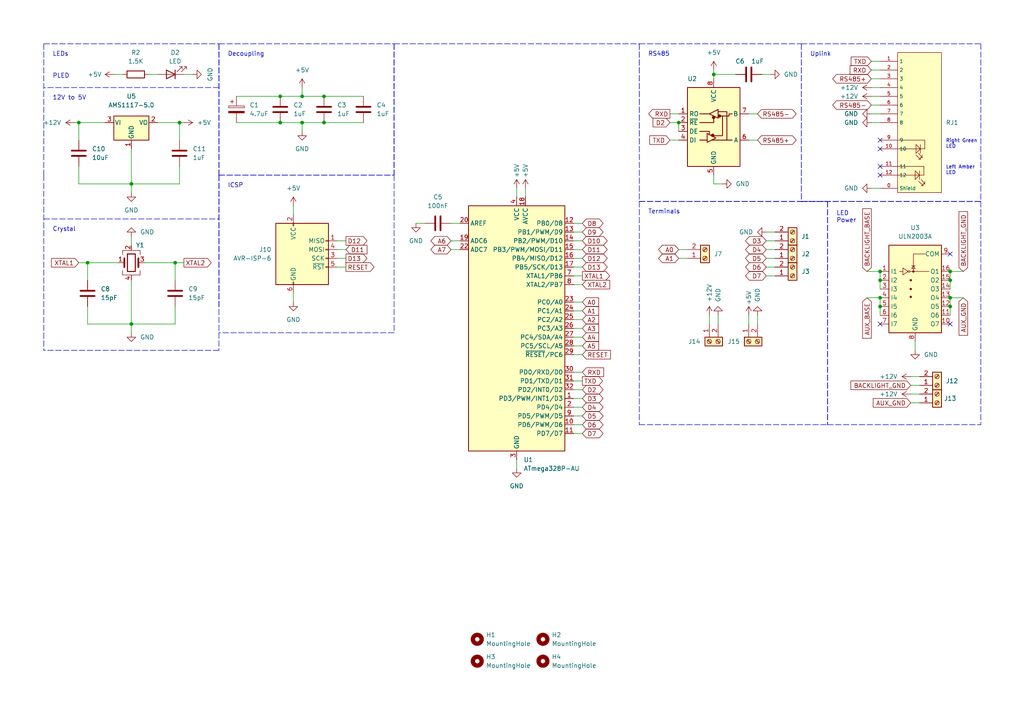
<source format=kicad_sch>
(kicad_sch (version 20211123) (generator eeschema)
  (paper "A4")
  (lib_symbols
    (symbol "A10:MAX487"
      (property "Reference" "U" (at -7.62 12.7 0))
      (symbol "MAX487_0_1"
        (rectangle (start -7.62 11.43) (end 7.62 -11.43) (stroke (width 0.254)) (fill (type background)))
        (circle (center -0.3048 -2.413) (radius 0.3556) (stroke (width 0.254)) (fill (type outline)))
        (circle (center -0.0254 2.7686) (radius 0.3556) (stroke (width 0.254)) (fill (type outline)))
        (polyline (pts (xy -4.064 -3.81) (xy -1.905 -3.81)) (stroke (width 0.254)))
        (polyline (pts (xy -4.064 3.81) (xy -1.27 3.81)) (stroke (width 0.254)))
        (polyline (pts (xy -1.27 -1.9304) (xy -1.27 -2.1844)) (stroke (width 0.254)))
        (polyline (pts (xy -0.635 -3.81) (xy 5.334 -3.81)) (stroke (width 0.254)))
        (polyline (pts (xy -4.064 -1.27) (xy -1.27 -1.27) (xy -1.27 -1.905)) (stroke (width 0.254)))
        (polyline (pts (xy 0 2.54) (xy 0 1.27) (xy -4.064 1.27)) (stroke (width 0.254)))
        (polyline (pts (xy 1.27 4.445) (xy 3.81 4.445) (xy 3.81 -3.81)) (stroke (width 0.254)))
        (polyline (pts (xy 2.54 3.175) (xy 2.54 -2.54) (xy 0 -2.54)) (stroke (width 0.254)))
        (polyline (pts (xy -1.905 -1.905) (xy -1.905 -4.445) (xy 0.635 -3.175) (xy -1.905 -1.905)) (stroke (width 0.254)))
        (polyline (pts (xy -1.27 3.81) (xy 1.27 5.08) (xy 1.27 2.54) (xy -1.27 3.81)) (stroke (width 0.254)))
        (polyline (pts (xy 1.905 3.175) (xy 4.445 3.175) (xy 4.445 3.81) (xy 5.334 3.81)) (stroke (width 0.254)))
        (rectangle (start 1.27 4.445) (end 1.27 4.445))
        (circle (center 1.651 3.175) (radius 0.3556) (stroke (width 0.254)) (fill (type outline)))
      )
      (symbol "MAX487_1_1"
        (pin output line (at -10.16 3.81 0) (length 2.54) (name "RO") (number "1"))
        (pin input line (at -10.16 1.27 0) (length 2.54) (name "~{RE}") (number "2"))
        (pin input line (at -10.16 -1.27 0) (length 2.54) (name "DE") (number "3"))
        (pin input line (at -10.16 -3.81 0) (length 2.54) (name "DI") (number "4"))
        (pin power_in line (at 0 -13.97 90) (length 2.54) (name "GND") (number "5"))
        (pin bidirectional line (at 10.16 -3.81 180) (length 2.54) (name "A") (number "6"))
        (pin bidirectional line (at 10.16 3.81 180) (length 2.54) (name "B") (number "7"))
        (pin power_in line (at 0 13.97 270) (length 2.54) (name "VCC") (number "8"))
      )
    )
    (symbol "A10:RJ45-B-1*1"
      (property "Reference" "RJ1" (at 7.62 0.0001 0))
      (symbol "RJ45-B-1*1_1_0"
        (rectangle (start -6.35 20.32) (end 6.35 -20.32) (fill (type background)))
        (polyline (pts (xy -6.35 -15.24) (xy -5.08 -15.24)))
        (polyline (pts (xy -6.35 -12.7) (xy -5.08 -12.7)))
        (polyline (pts (xy -6.096 -7.62) (xy -4.826 -7.62)))
        (polyline (pts (xy -6.096 -5.08) (xy -4.826 -5.08)))
        (polyline (pts (xy -5.08 -15.24) (xy 1.27 -15.24)))
        (polyline (pts (xy -4.826 -7.62) (xy 1.524 -7.62)))
        (polyline (pts (xy -1.27 -16.51) (xy 0 -15.24)))
        (polyline (pts (xy -1.27 -13.97) (xy -1.27 -16.51)))
        (polyline (pts (xy -1.016 -9.398) (xy 0.254 -10.668)))
        (polyline (pts (xy -1.016 -8.89) (xy 0.254 -7.62)))
        (polyline (pts (xy -1.016 -6.35) (xy -1.016 -8.89)))
        (polyline (pts (xy -0.254 -17.018) (xy 1.016 -18.288)))
        (polyline (pts (xy -0.254 -8.89) (xy 0.762 -10.16)))
        (polyline (pts (xy 0 -15.24) (xy -1.27 -13.97)))
        (polyline (pts (xy 0 -13.97) (xy 0 -16.51)))
        (polyline (pts (xy 0.254 -10.668) (xy -0.254 -10.668)))
        (polyline (pts (xy 0.254 -10.668) (xy 0.254 -10.16)))
        (polyline (pts (xy 0.254 -7.62) (xy -1.016 -6.35)))
        (polyline (pts (xy 0.254 -6.35) (xy 0.254 -8.89)))
        (polyline (pts (xy 0.508 -16.51) (xy 1.524 -17.78)))
        (polyline (pts (xy 0.762 -10.16) (xy 0.254 -10.16)))
        (polyline (pts (xy 0.762 -10.16) (xy 0.762 -9.398)))
        (polyline (pts (xy 1.016 -18.288) (xy 0.508 -18.288)))
        (polyline (pts (xy 1.016 -18.288) (xy 1.016 -17.78)))
        (polyline (pts (xy 1.27 -15.24) (xy 1.27 -12.7)))
        (polyline (pts (xy 1.27 -12.7) (xy -5.08 -12.7)))
        (polyline (pts (xy 1.524 -17.78) (xy 1.016 -17.78)))
        (polyline (pts (xy 1.524 -17.78) (xy 1.524 -17.018)))
        (polyline (pts (xy 1.524 -7.62) (xy 1.524 -5.08)))
        (polyline (pts (xy 1.524 -5.08) (xy -4.826 -5.08)))
        (pin passive line (at -11.43 -19.05 0) (length 5.08) (name "Shield") (number "0"))
        (pin output line (at -11.43 17.78 0) (length 5.08) (name "1") (number "1"))
        (pin input line (at -11.43 -7.62 0) (length 5.08) (name "10") (number "10"))
        (pin power_in line (at -11.43 -12.7 0) (length 5.08) (name "11") (number "11"))
        (pin input line (at -11.43 -15.24 0) (length 5.08) (name "12") (number "12"))
        (pin output line (at -11.43 15.24 0) (length 5.08) (name "2") (number "2"))
        (pin bidirectional line (at -11.43 12.7 0) (length 5.08) (name "3") (number "3"))
        (pin passive line (at -11.43 10.16 0) (length 5.08) (name "4") (number "4"))
        (pin passive line (at -11.43 7.62 0) (length 5.08) (name "5") (number "5"))
        (pin bidirectional line (at -11.43 5.08 0) (length 5.08) (name "6") (number "6"))
        (pin passive line (at -11.43 2.54 0) (length 5.08) (name "7") (number "7"))
        (pin passive line (at -11.43 0 0) (length 5.08) (name "8") (number "8"))
        (pin power_in line (at -11.43 -5.08 0) (length 5.08) (name "9") (number "9"))
      )
    )
    (symbol "Connector:AVR-ISP-6" (pin_names (offset 1.016))
      (property "Reference" "J" (at -6.35 11.43 0))
      (property "Value" "AVR-ISP-6" (at 0 11.43 0))
      (symbol "AVR-ISP-6_0_1"
        (rectangle (start -2.667 -6.858) (end -2.413 -7.62))
        (rectangle (start -2.667 10.16) (end -2.413 9.398))
        (rectangle (start 7.62 -2.413) (end 6.858 -2.667))
        (rectangle (start 7.62 0.127) (end 6.858 -0.127))
        (rectangle (start 7.62 2.667) (end 6.858 2.413))
        (rectangle (start 7.62 5.207) (end 6.858 4.953))
        (rectangle (start 7.62 10.16) (end -7.62 -7.62) (stroke (width 0.254)) (fill (type background)))
      )
      (symbol "AVR-ISP-6_1_1"
        (pin passive line (at 10.16 5.08 180) (length 2.54) (name "MISO") (number "1"))
        (pin passive line (at -2.54 12.7 270) (length 2.54) (name "VCC") (number "2"))
        (pin passive line (at 10.16 0 180) (length 2.54) (name "SCK") (number "3"))
        (pin passive line (at 10.16 2.54 180) (length 2.54) (name "MOSI") (number "4"))
        (pin passive line (at 10.16 -2.54 180) (length 2.54) (name "~{RST}") (number "5"))
        (pin passive line (at -2.54 -10.16 90) (length 2.54) (name "GND") (number "6"))
      )
    )
    (symbol "Connector:Screw_Terminal_01x02" (pin_names (offset 1.016) hide)
      (property "Reference" "J" (at 0 2.54 0))
      (property "Value" "Screw_Terminal_01x02" (at 0 -5.08 0))
      (symbol "Screw_Terminal_01x02_1_1"
        (rectangle (start -1.27 1.27) (end 1.27 -3.81) (stroke (width 0.254)) (fill (type background)))
        (circle (center 0 -2.54) (radius 0.635) (stroke (width 0.1524)))
        (polyline (pts (xy -0.5334 -2.2098) (xy 0.3302 -3.048)) (stroke (width 0.1524)))
        (polyline (pts (xy -0.5334 0.3302) (xy 0.3302 -0.508)) (stroke (width 0.1524)))
        (polyline (pts (xy -0.3556 -2.032) (xy 0.508 -2.8702)) (stroke (width 0.1524)))
        (polyline (pts (xy -0.3556 0.508) (xy 0.508 -0.3302)) (stroke (width 0.1524)))
        (circle (center 0 0) (radius 0.635) (stroke (width 0.1524)))
        (pin passive line (at -5.08 0 0) (length 3.81) (name "Pin_1") (number "1"))
        (pin passive line (at -5.08 -2.54 0) (length 3.81) (name "Pin_2") (number "2"))
      )
    )
    (symbol "Device:C" (pin_numbers hide) (pin_names (offset 0.254))
      (property "Reference" "C" (at 0.635 2.54 0))
      (property "Value" "C" (at 0.635 -2.54 0))
      (symbol "C_0_1"
        (polyline (pts (xy -2.032 -0.762) (xy 2.032 -0.762)) (stroke (width 0.508)))
        (polyline (pts (xy -2.032 0.762) (xy 2.032 0.762)) (stroke (width 0.508)))
      )
      (symbol "C_1_1"
        (pin passive line (at 0 3.81 270) (length 2.794) (name "~") (number "1"))
        (pin passive line (at 0 -3.81 90) (length 2.794) (name "~") (number "2"))
      )
    )
    (symbol "Device:C_Polarized" (pin_numbers hide) (pin_names (offset 0.254))
      (property "Reference" "C" (at 0.635 2.54 0))
      (property "Value" "C_Polarized" (at 0.635 -2.54 0))
      (symbol "C_Polarized_0_1"
        (rectangle (start -2.286 0.508) (end 2.286 1.016))
        (polyline (pts (xy -1.778 2.286) (xy -0.762 2.286)))
        (polyline (pts (xy -1.27 2.794) (xy -1.27 1.778)))
        (rectangle (start 2.286 -0.508) (end -2.286 -1.016) (fill (type outline)))
      )
      (symbol "C_Polarized_1_1"
        (pin passive line (at 0 3.81 270) (length 2.794) (name "~") (number "1"))
        (pin passive line (at 0 -3.81 90) (length 2.794) (name "~") (number "2"))
      )
    )
    (symbol "Device:Crystal_GND24" (pin_names (offset 1.016) hide)
      (property "Reference" "Y" (at 3.175 5.08 0))
      (property "Value" "Crystal_GND24" (at 3.175 3.175 0))
      (symbol "Crystal_GND24_0_1"
        (rectangle (start -1.143 2.54) (end 1.143 -2.54) (stroke (width 0.3048)))
        (polyline (pts (xy -2.54 0) (xy -2.032 0)))
        (polyline (pts (xy -2.032 -1.27) (xy -2.032 1.27)) (stroke (width 0.508)))
        (polyline (pts (xy 0 -3.81) (xy 0 -3.556)))
        (polyline (pts (xy 0 3.556) (xy 0 3.81)))
        (polyline (pts (xy 2.032 -1.27) (xy 2.032 1.27)) (stroke (width 0.508)))
        (polyline (pts (xy 2.032 0) (xy 2.54 0)))
        (polyline (pts (xy -2.54 -2.286) (xy -2.54 -3.556) (xy 2.54 -3.556) (xy 2.54 -2.286)))
        (polyline (pts (xy -2.54 2.286) (xy -2.54 3.556) (xy 2.54 3.556) (xy 2.54 2.286)))
      )
      (symbol "Crystal_GND24_1_1"
        (pin passive line (at -3.81 0 0) (length 1.27) (name "1") (number "1"))
        (pin passive line (at 0 5.08 270) (length 1.27) (name "2") (number "2"))
        (pin passive line (at 3.81 0 180) (length 1.27) (name "3") (number "3"))
        (pin passive line (at 0 -5.08 90) (length 1.27) (name "4") (number "4"))
      )
    )
    (symbol "Device:LED" (pin_numbers hide) (pin_names (offset 1.016) hide)
      (property "Reference" "D" (at 0 2.54 0))
      (property "Value" "LED" (at 0 -2.54 0))
      (symbol "LED_0_1"
        (polyline (pts (xy -1.27 -1.27) (xy -1.27 1.27)) (stroke (width 0.254)))
        (polyline (pts (xy -1.27 0) (xy 1.27 0)))
        (polyline (pts (xy 1.27 -1.27) (xy 1.27 1.27) (xy -1.27 0) (xy 1.27 -1.27)) (stroke (width 0.254)))
        (polyline (pts (xy -3.048 -0.762) (xy -4.572 -2.286) (xy -3.81 -2.286) (xy -4.572 -2.286) (xy -4.572 -1.524)))
        (polyline (pts (xy -1.778 -0.762) (xy -3.302 -2.286) (xy -2.54 -2.286) (xy -3.302 -2.286) (xy -3.302 -1.524)))
      )
      (symbol "LED_1_1"
        (pin passive line (at -3.81 0 0) (length 2.54) (name "K") (number "1"))
        (pin passive line (at 3.81 0 180) (length 2.54) (name "A") (number "2"))
      )
    )
    (symbol "Device:R" (pin_numbers hide) (pin_names (offset 0))
      (property "Reference" "R" (at 2.032 0 90))
      (property "Value" "R" (at 0 0 90))
      (symbol "R_0_1"
        (rectangle (start -1.016 -2.54) (end 1.016 2.54) (stroke (width 0.254)))
      )
      (symbol "R_1_1"
        (pin passive line (at 0 3.81 270) (length 1.27) (name "~") (number "1"))
        (pin passive line (at 0 -3.81 90) (length 1.27) (name "~") (number "2"))
      )
    )
    (symbol "MCU_Microchip_ATmega:ATmega328P-A"
      (property "Reference" "U1" (at 2.0194 -38.1 0))
      (property "Value" "ATmega328P-A" (at 2.0194 -40.64 0))
      (symbol "ATmega328P-A_0_1"
        (rectangle (start -13.97 35.56) (end 13.97 -35.56) (stroke (width 0.254)) (fill (type background)))
      )
      (symbol "ATmega328P-A_1_1"
        (pin bidirectional line (at 16.51 -20.32 180) (length 2.54) (name "PD3/PWM/INT1/D3") (number "1"))
        (pin bidirectional line (at 16.51 -27.94 180) (length 2.54) (name "PD6/PWM/D6") (number "10"))
        (pin bidirectional line (at 16.51 -30.48 180) (length 2.54) (name "PD7/D7") (number "11"))
        (pin bidirectional line (at 16.51 30.48 180) (length 2.54) (name "PB0/D8") (number "12"))
        (pin bidirectional line (at 16.51 27.94 180) (length 2.54) (name "PB1/PWM/D9") (number "13"))
        (pin bidirectional line (at 16.51 25.4 180) (length 2.54) (name "PB2/PWM/D10") (number "14"))
        (pin bidirectional line (at 16.51 22.86 180) (length 2.54) (name "PB3/PWM/MOSI/D11") (number "15"))
        (pin bidirectional line (at 16.51 20.32 180) (length 2.54) (name "PB4/MISO/D12") (number "16"))
        (pin bidirectional line (at 16.51 17.78 180) (length 2.54) (name "PB5/SCK/D13") (number "17"))
        (pin power_in line (at 2.54 38.1 270) (length 2.54) (name "AVCC") (number "18"))
        (pin input line (at -16.51 25.4 0) (length 2.54) (name "ADC6") (number "19"))
        (pin bidirectional line (at 16.51 -22.86 180) (length 2.54) (name "PD4/D4") (number "2"))
        (pin passive line (at -16.51 30.48 0) (length 2.54) (name "AREF") (number "20"))
        (pin passive line (at 0 -38.1 90) (length 2.54) hide (name "GND") (number "21"))
        (pin input line (at -16.51 22.86 0) (length 2.54) (name "ADC7") (number "22"))
        (pin bidirectional line (at 16.51 7.62 180) (length 2.54) (name "PC0/A0") (number "23"))
        (pin bidirectional line (at 16.51 5.08 180) (length 2.54) (name "PC1/A1") (number "24"))
        (pin bidirectional line (at 16.51 2.54 180) (length 2.54) (name "PC2/A2") (number "25"))
        (pin bidirectional line (at 16.51 0 180) (length 2.54) (name "PC3/A3") (number "26"))
        (pin bidirectional line (at 16.51 -2.54 180) (length 2.54) (name "PC4/SDA/A4") (number "27"))
        (pin bidirectional line (at 16.51 -5.08 180) (length 2.54) (name "PC5/SCL/A5") (number "28"))
        (pin bidirectional line (at 16.51 -7.62 180) (length 2.54) (name "~{RESET}/PC6") (number "29"))
        (pin power_in line (at 0 -38.1 90) (length 2.54) (name "GND") (number "3"))
        (pin input line (at 16.51 -12.7 180) (length 2.54) (name "PD0/RXD/D0") (number "30"))
        (pin output line (at 16.51 -15.24 180) (length 2.54) (name "PD1/TXD/D1") (number "31"))
        (pin bidirectional line (at 16.51 -17.78 180) (length 2.54) (name "PD2/INT0/D2") (number "32"))
        (pin power_in line (at 0 38.1 270) (length 2.54) (name "VCC") (number "4"))
        (pin passive line (at 0 -38.1 90) (length 2.54) hide (name "GND") (number "5"))
        (pin passive line (at 0 38.1 270) (length 2.54) hide (name "VCC") (number "6"))
        (pin bidirectional line (at 16.51 15.24 180) (length 2.54) (name "XTAL1/PB6") (number "7"))
        (pin bidirectional line (at 16.51 12.7 180) (length 2.54) (name "XTAL2/PB7") (number "8"))
        (pin bidirectional line (at 16.51 -25.4 180) (length 2.54) (name "PD5/PWM/D5") (number "9"))
      )
    )
    (symbol "Mechanical:MountingHole" (pin_names (offset 1.016))
      (property "Reference" "H" (at 0 5.08 0))
      (property "Value" "MountingHole" (at 0 3.175 0))
      (symbol "MountingHole_0_1"
        (circle (center 0 0) (radius 1.27) (stroke (width 1.27)))
      )
    )
    (symbol "Regulator_Linear:AMS1117-5.0" (pin_names (offset 0.254))
      (property "Reference" "U" (at -3.81 3.175 0))
      (property "Value" "AMS1117-5.0" (at 0 3.175 0))
      (symbol "AMS1117-5.0_0_1"
        (rectangle (start -5.08 -5.08) (end 5.08 1.905) (stroke (width 0.254)) (fill (type background)))
      )
      (symbol "AMS1117-5.0_1_1"
        (pin power_in line (at 0 -7.62 90) (length 2.54) (name "GND") (number "1"))
        (pin power_out line (at 7.62 0 180) (length 2.54) (name "VO") (number "2"))
        (pin power_in line (at -7.62 0 0) (length 2.54) (name "VI") (number "3"))
      )
    )
    (symbol "Transistor_Array:ULN2003A"
      (property "Reference" "U" (at 0 15.875 0))
      (property "Value" "ULN2003A" (at 0 13.97 0))
      (symbol "ULN2003A_0_1"
        (rectangle (start -7.62 -12.7) (end 7.62 12.7) (stroke (width 0.254)) (fill (type background)))
        (circle (center -1.778 5.08) (radius 0.254))
        (circle (center -1.27 -2.286) (radius 0.254) (fill (type outline)))
        (circle (center -1.27 0) (radius 0.254) (fill (type outline)))
        (circle (center -1.27 2.54) (radius 0.254) (fill (type outline)))
        (circle (center -0.508 5.08) (radius 0.254) (fill (type outline)))
        (polyline (pts (xy -4.572 5.08) (xy -3.556 5.08)))
        (polyline (pts (xy -1.524 5.08) (xy 4.064 5.08)))
        (polyline (pts (xy 0 6.731) (xy -1.016 6.731)))
        (polyline (pts (xy -0.508 5.08) (xy -0.508 10.16) (xy 2.921 10.16)))
        (polyline (pts (xy -3.556 6.096) (xy -3.556 4.064) (xy -2.032 5.08) (xy -3.556 6.096)))
        (polyline (pts (xy 0 5.969) (xy -1.016 5.969) (xy -0.508 6.731) (xy 0 5.969)))
      )
      (symbol "ULN2003A_1_1"
        (pin input line (at -10.16 5.08 0) (length 2.54) (name "I1") (number "1"))
        (pin open_collector line (at 10.16 -10.16 180) (length 2.54) (name "O7") (number "10"))
        (pin open_collector line (at 10.16 -7.62 180) (length 2.54) (name "O6") (number "11"))
        (pin open_collector line (at 10.16 -5.08 180) (length 2.54) (name "O5") (number "12"))
        (pin open_collector line (at 10.16 -2.54 180) (length 2.54) (name "O4") (number "13"))
        (pin open_collector line (at 10.16 0 180) (length 2.54) (name "O3") (number "14"))
        (pin open_collector line (at 10.16 2.54 180) (length 2.54) (name "O2") (number "15"))
        (pin open_collector line (at 10.16 5.08 180) (length 2.54) (name "O1") (number "16"))
        (pin input line (at -10.16 2.54 0) (length 2.54) (name "I2") (number "2"))
        (pin input line (at -10.16 0 0) (length 2.54) (name "I3") (number "3"))
        (pin input line (at -10.16 -2.54 0) (length 2.54) (name "I4") (number "4"))
        (pin input line (at -10.16 -5.08 0) (length 2.54) (name "I5") (number "5"))
        (pin input line (at -10.16 -7.62 0) (length 2.54) (name "I6") (number "6"))
        (pin input line (at -10.16 -10.16 0) (length 2.54) (name "I7") (number "7"))
        (pin power_in line (at 0 -15.24 90) (length 2.54) (name "GND") (number "8"))
        (pin passive line (at 10.16 10.16 180) (length 2.54) (name "COM") (number "9"))
      )
    )
    (symbol "power:+12V" (power) (pin_names (offset 0))
      (property "Value" "+12V" (at 0 3.556 0))
      (symbol "+12V_0_1"
        (polyline (pts (xy -0.762 1.27) (xy 0 2.54)))
        (polyline (pts (xy 0 0) (xy 0 2.54)))
        (polyline (pts (xy 0 2.54) (xy 0.762 1.27)))
      )
      (symbol "+12V_1_1"
        (pin power_in line (at 0 0 90) (length 0) hide (name "+12V") (number "1"))
      )
    )
    (symbol "power:+5V" (power) (pin_names (offset 0))
      (property "Value" "+5V" (at 0 3.556 0))
      (symbol "+5V_0_1"
        (polyline (pts (xy -0.762 1.27) (xy 0 2.54)))
        (polyline (pts (xy 0 0) (xy 0 2.54)))
        (polyline (pts (xy 0 2.54) (xy 0.762 1.27)))
      )
      (symbol "+5V_1_1"
        (pin power_in line (at 0 0 90) (length 0) hide (name "+5V") (number "1"))
      )
    )
    (symbol "power:GND" (power) (pin_names (offset 0))
      (property "Value" "GND" (at 0 -3.81 0))
      (symbol "GND_0_1"
        (polyline (pts (xy 0 0) (xy 0 -1.27) (xy 1.27 -1.27) (xy 0 -2.54) (xy -1.27 -1.27) (xy 0 -1.27)))
      )
      (symbol "GND_1_1"
        (pin power_in line (at 0 0 270) (length 0) hide (name "GND") (number "1"))
      )
    )
  )
  (junction (at 52.07 35.56))
  (junction (at 81.28 27.94))
  (junction (at 93.98 35.56))
  (junction (at 255.27 88.9))
  (junction (at 255.27 78.74))
  (junction (at 93.98 27.94))
  (junction (at 207.01 21.59))
  (junction (at 22.86 35.56))
  (junction (at 275.59 78.74))
  (junction (at 275.59 86.36))
  (junction (at 196.85 35.56))
  (junction (at 38.1 53.34))
  (junction (at 87.63 35.56))
  (junction (at 255.27 86.36))
  (junction (at 275.59 81.28))
  (junction (at 255.27 81.28))
  (junction (at 25.4 76.2))
  (junction (at 275.59 88.9))
  (junction (at 50.8 76.2))
  (junction (at 38.1 93.98))
  (junction (at 87.63 27.94))
  (junction (at 81.28 35.56))
  (no_connect (at 275.59 73.66))
  (no_connect (at 275.59 93.98))
  (no_connect (at 255.27 93.98))
  (no_connect (at 255.27 40.64))
  (no_connect (at 255.27 43.18))
  (no_connect (at 255.27 48.26))
  (no_connect (at 255.27 50.8))
  (wire (pts (xy 168.91 82.55) (xy 166.37 82.55)))
  (wire (pts (xy 22.86 35.56) (xy 30.48 35.56)))
  (polyline (pts (xy 114.3 50.8) (xy 114.3 96.52)))
  (wire (pts (xy 22.86 53.34) (xy 38.1 53.34)))
  (wire (pts (xy 38.1 53.34) (xy 52.07 53.34)))
  (wire (pts (xy 252.73 25.4) (xy 255.27 25.4)))
  (wire (pts (xy 41.91 76.2) (xy 50.8 76.2)))
  (wire (pts (xy 53.34 21.59) (xy 55.88 21.59)))
  (wire (pts (xy 252.73 22.86) (xy 255.27 22.86)))
  (wire (pts (xy 168.91 102.87) (xy 166.37 102.87)))
  (polyline (pts (xy 63.5 50.8) (xy 114.3 50.8)))
  (wire (pts (xy 25.4 93.98) (xy 38.1 93.98)))
  (polyline (pts (xy 240.03 58.42) (xy 240.03 123.19)))
  (polyline (pts (xy 232.41 58.42) (xy 284.48 58.42)))
  (wire (pts (xy 251.46 86.36) (xy 255.27 86.36)))
  (polyline (pts (xy 12.7 50.8) (xy 12.7 101.6)))
  (polyline (pts (xy 185.42 58.42) (xy 185.42 123.19)))
  (polyline (pts (xy 63.5 101.6) (xy 12.7 101.6)))
  (wire (pts (xy 120.65 64.77) (xy 123.19 64.77)))
  (wire (pts (xy 196.85 72.39) (xy 199.39 72.39)))
  (polyline (pts (xy 240.03 123.19) (xy 284.48 123.19)))
  (wire (pts (xy 275.59 88.9) (xy 275.59 91.44)))
  (polyline (pts (xy 63.5 50.8) (xy 63.5 101.6)))
  (polyline (pts (xy 232.41 58.42) (xy 284.48 58.42)))
  (polyline (pts (xy 185.42 58.42) (xy 232.41 58.42)))
  (wire (pts (xy 207.01 53.34) (xy 209.55 53.34)))
  (wire (pts (xy 166.37 95.25) (xy 168.91 95.25)))
  (wire (pts (xy 275.59 86.36) (xy 275.59 88.9)))
  (wire (pts (xy 97.79 77.47) (xy 100.33 77.47)))
  (wire (pts (xy 93.98 35.56) (xy 105.41 35.56)))
  (wire (pts (xy 166.37 87.63) (xy 168.91 87.63)))
  (wire (pts (xy 207.01 20.32) (xy 207.01 21.59)))
  (wire (pts (xy 166.37 92.71) (xy 168.91 92.71)))
  (wire (pts (xy 81.28 27.94) (xy 87.63 27.94)))
  (polyline (pts (xy 12.7 63.5) (xy 63.5 63.5)))
  (wire (pts (xy 85.09 59.69) (xy 85.09 62.23)))
  (wire (pts (xy 22.86 35.56) (xy 22.86 40.64)))
  (wire (pts (xy 222.25 72.39) (xy 224.79 72.39)))
  (polyline (pts (xy 232.41 12.7) (xy 284.48 12.7)))
  (polyline (pts (xy 63.5 12.7) (xy 63.5 50.8)))
  (wire (pts (xy 222.25 77.47) (xy 224.79 77.47)))
  (wire (pts (xy 166.37 115.57) (xy 168.91 115.57)))
  (wire (pts (xy 87.63 25.4) (xy 87.63 27.94)))
  (wire (pts (xy 81.28 35.56) (xy 87.63 35.56)))
  (wire (pts (xy 255.27 78.74) (xy 255.27 81.28)))
  (wire (pts (xy 68.58 27.94) (xy 81.28 27.94)))
  (wire (pts (xy 166.37 72.39) (xy 168.91 72.39)))
  (wire (pts (xy 93.98 27.94) (xy 105.41 27.94)))
  (wire (pts (xy 166.37 110.49) (xy 168.91 110.49)))
  (polyline (pts (xy 284.48 58.42) (xy 284.48 123.19)))
  (wire (pts (xy 217.17 91.44) (xy 217.17 93.98)))
  (wire (pts (xy 208.28 91.44) (xy 208.28 93.98)))
  (polyline (pts (xy 185.42 12.7) (xy 185.42 41.91)))
  (wire (pts (xy 21.59 35.56) (xy 22.86 35.56)))
  (wire (pts (xy 166.37 113.03) (xy 168.91 113.03)))
  (wire (pts (xy 87.63 35.56) (xy 93.98 35.56)))
  (polyline (pts (xy 63.5 12.7) (xy 63.5 50.8)))
  (wire (pts (xy 205.74 91.44) (xy 205.74 93.98)))
  (wire (pts (xy 50.8 93.98) (xy 38.1 93.98)))
  (wire (pts (xy 166.37 74.93) (xy 168.91 74.93)))
  (wire (pts (xy 25.4 88.9) (xy 25.4 93.98)))
  (wire (pts (xy 166.37 69.85) (xy 168.91 69.85)))
  (wire (pts (xy 222.25 80.01) (xy 224.79 80.01)))
  (wire (pts (xy 207.01 21.59) (xy 207.01 22.86)))
  (wire (pts (xy 207.01 21.59) (xy 213.36 21.59)))
  (wire (pts (xy 279.4 78.74) (xy 275.59 78.74)))
  (wire (pts (xy 194.31 35.56) (xy 196.85 35.56)))
  (polyline (pts (xy 185.42 12.7) (xy 232.41 12.7)))
  (wire (pts (xy 87.63 35.56) (xy 87.63 38.1)))
  (wire (pts (xy 97.79 72.39) (xy 100.33 72.39)))
  (wire (pts (xy 207.01 50.8) (xy 207.01 53.34)))
  (wire (pts (xy 166.37 100.33) (xy 168.91 100.33)))
  (polyline (pts (xy 232.41 12.7) (xy 232.41 58.42)))
  (wire (pts (xy 252.73 54.61) (xy 255.27 54.61)))
  (polyline (pts (xy 63.5 50.8) (xy 114.3 50.8)))
  (wire (pts (xy 50.8 88.9) (xy 50.8 93.98)))
  (wire (pts (xy 196.85 35.56) (xy 196.85 38.1)))
  (wire (pts (xy 52.07 35.56) (xy 53.34 35.56)))
  (wire (pts (xy 97.79 74.93) (xy 100.33 74.93)))
  (polyline (pts (xy 114.3 96.52) (xy 63.5 96.52)))
  (wire (pts (xy 25.4 76.2) (xy 25.4 81.28)))
  (wire (pts (xy 87.63 27.94) (xy 93.98 27.94)))
  (wire (pts (xy 265.43 99.06) (xy 265.43 101.6)))
  (wire (pts (xy 194.31 40.64) (xy 196.85 40.64)))
  (wire (pts (xy 38.1 43.18) (xy 38.1 53.34)))
  (wire (pts (xy 222.25 69.85) (xy 224.79 69.85)))
  (wire (pts (xy 130.81 69.85) (xy 133.35 69.85)))
  (wire (pts (xy 149.86 54.61) (xy 149.86 57.15)))
  (wire (pts (xy 52.07 53.34) (xy 52.07 48.26)))
  (wire (pts (xy 222.25 74.93) (xy 224.79 74.93)))
  (wire (pts (xy 38.1 81.28) (xy 38.1 93.98)))
  (wire (pts (xy 68.58 35.56) (xy 81.28 35.56)))
  (wire (pts (xy 252.73 20.32) (xy 255.27 20.32)))
  (wire (pts (xy 166.37 97.79) (xy 168.91 97.79)))
  (wire (pts (xy 251.46 78.74) (xy 255.27 78.74)))
  (polyline (pts (xy 114.3 12.7) (xy 114.3 50.8)))
  (polyline (pts (xy 114.3 12.7) (xy 185.42 12.7)))
  (wire (pts (xy 33.02 21.59) (xy 35.56 21.59)))
  (polyline (pts (xy 63.5 25.4) (xy 12.7 25.4)))
  (wire (pts (xy 264.16 114.3) (xy 266.7 114.3)))
  (wire (pts (xy 166.37 90.17) (xy 168.91 90.17)))
  (wire (pts (xy 43.18 21.59) (xy 45.72 21.59)))
  (wire (pts (xy 255.27 86.36) (xy 255.27 88.9)))
  (wire (pts (xy 166.37 120.65) (xy 168.91 120.65)))
  (wire (pts (xy 275.59 81.28) (xy 275.59 83.82)))
  (polyline (pts (xy 63.5 50.8) (xy 63.5 88.9)))
  (wire (pts (xy 219.71 91.44) (xy 219.71 93.98)))
  (wire (pts (xy 279.4 86.36) (xy 275.59 86.36)))
  (wire (pts (xy 252.73 35.56) (xy 255.27 35.56)))
  (wire (pts (xy 196.85 74.93) (xy 199.39 74.93)))
  (wire (pts (xy 220.98 21.59) (xy 223.52 21.59)))
  (wire (pts (xy 85.09 85.09) (xy 85.09 87.63)))
  (wire (pts (xy 264.16 109.22) (xy 266.7 109.22)))
  (wire (pts (xy 45.72 35.56) (xy 52.07 35.56)))
  (wire (pts (xy 264.16 111.76) (xy 266.7 111.76)))
  (wire (pts (xy 166.37 125.73) (xy 168.91 125.73)))
  (polyline (pts (xy 185.42 58.42) (xy 240.03 58.42)))
  (wire (pts (xy 217.17 33.02) (xy 219.71 33.02)))
  (wire (pts (xy 38.1 53.34) (xy 38.1 55.88)))
  (wire (pts (xy 50.8 76.2) (xy 53.34 76.2)))
  (wire (pts (xy 194.31 33.02) (xy 196.85 33.02)))
  (wire (pts (xy 22.86 53.34) (xy 22.86 48.26)))
  (wire (pts (xy 149.86 133.35) (xy 149.86 135.89)))
  (wire (pts (xy 130.81 72.39) (xy 133.35 72.39)))
  (wire (pts (xy 222.25 67.31) (xy 224.79 67.31)))
  (wire (pts (xy 255.27 88.9) (xy 255.27 91.44)))
  (polyline (pts (xy 63.5 12.7) (xy 114.3 12.7)))
  (wire (pts (xy 166.37 118.11) (xy 168.91 118.11)))
  (wire (pts (xy 252.73 27.94) (xy 255.27 27.94)))
  (polyline (pts (xy 240.03 58.42) (xy 240.03 123.19)))
  (wire (pts (xy 38.1 93.98) (xy 38.1 96.52)))
  (wire (pts (xy 264.16 116.84) (xy 266.7 116.84)))
  (wire (pts (xy 168.91 80.01) (xy 166.37 80.01)))
  (wire (pts (xy 166.37 77.47) (xy 168.91 77.47)))
  (polyline (pts (xy 12.7 12.7) (xy 12.7 50.8)))
  (wire (pts (xy 255.27 81.28) (xy 255.27 83.82)))
  (polyline (pts (xy 114.3 12.7) (xy 114.3 50.8)))
  (wire (pts (xy 217.17 40.64) (xy 219.71 40.64)))
  (wire (pts (xy 130.81 64.77) (xy 133.35 64.77)))
  (polyline (pts (xy 12.7 12.7) (xy 63.5 12.7)))
  (wire (pts (xy 275.59 78.74) (xy 275.59 81.28)))
  (wire (pts (xy 52.07 35.56) (xy 52.07 40.64)))
  (wire (pts (xy 166.37 107.95) (xy 168.91 107.95)))
  (wire (pts (xy 252.73 17.78) (xy 255.27 17.78)))
  (polyline (pts (xy 185.42 123.19) (xy 240.03 123.19)))
  (polyline (pts (xy 185.42 12.7) (xy 185.42 58.42)))
  (wire (pts (xy 25.4 76.2) (xy 34.29 76.2)))
  (wire (pts (xy 97.79 69.85) (xy 100.33 69.85)))
  (wire (pts (xy 22.86 76.2) (xy 25.4 76.2)))
  (wire (pts (xy 50.8 76.2) (xy 50.8 81.28)))
  (wire (pts (xy 166.37 123.19) (xy 168.91 123.19)))
  (wire (pts (xy 252.73 30.48) (xy 255.27 30.48)))
  (polyline (pts (xy 232.41 12.7) (xy 232.41 58.42)))
  (wire (pts (xy 252.73 33.02) (xy 255.27 33.02)))
  (wire (pts (xy 38.1 68.58) (xy 38.1 71.12)))
  (wire (pts (xy 166.37 64.77) (xy 168.91 64.77)))
  (polyline (pts (xy 284.48 12.7) (xy 284.48 58.42)))
  (wire (pts (xy 166.37 67.31) (xy 168.91 67.31)))
  (wire (pts (xy 152.4 54.61) (xy 152.4 57.15)))
  (text "RS485" (at 187.96 16.51 0) (effects (font (size 1.27 1.27)) (justify left bottom)))
  (text "Decoupling" (at 66.04 16.51 0) (effects (font (size 1.27 1.27)) (justify left bottom)))
  (text "Left Amber\nLED" (at 274.32 50.8 0) (effects (font (size 1.016 1.016)) (justify left bottom)))
  (text "12V to 5V" (at 15.24 29.21 0) (effects (font (size 1.27 1.27)) (justify left bottom)))
  (text "Uplink" (at 234.95 16.51 0) (effects (font (size 1.27 1.27)) (justify left bottom)))
  (text "Terminals" (at 187.96 62.23 0) (effects (font (size 1.27 1.27)) (justify left bottom)))
  (text "PLED" (at 15.24 22.86 0) (effects (font (size 1.27 1.27)) (justify left bottom)))
  (text "LEDs" (at 15.24 16.51 0) (effects (font (size 1.27 1.27)) (justify left bottom)))
  (text "LED\nPower" (at 242.57 64.77 0) (effects (font (size 1.27 1.27)) (justify left bottom)))
  (text "Right Green\nLED" (at 274.32 43.18 0) (effects (font (size 1.016 1.016)) (justify left bottom)))
  (text "Crystal" (at 15.24 67.31 0) (effects (font (size 1.27 1.27)) (justify left bottom)))
  (text "ICSP" (at 66.04 54.61 0) (effects (font (size 1.27 1.27)) (justify left bottom)))
  (global_label "A1" (shape input) (at 168.91 90.17 0) (property "Intersheet References" "${INTERSHEET_REFS}" (effects hide)))
  (global_label "A1" (shape bidirectional) (at 196.85 74.93 180) (property "Intersheet References" "${INTERSHEET_REFS}" (effects hide)))
  (global_label "RXD" (shape input) (at 168.91 107.95 0) (property "Intersheet References" "${INTERSHEET_REFS}" (effects hide)))
  (global_label "D11" (shape bidirectional) (at 168.91 72.39 0) (property "Intersheet References" "${INTERSHEET_REFS}" (effects hide)))
  (global_label "D12" (shape bidirectional) (at 168.91 74.93 0) (property "Intersheet References" "${INTERSHEET_REFS}" (effects hide)))
  (global_label "XTAL1" (shape input) (at 22.86 76.2 180) (property "Intersheet References" "${INTERSHEET_REFS}" (effects hide)))
  (global_label "D4" (shape bidirectional) (at 222.25 72.39 180) (property "Intersheet References" "${INTERSHEET_REFS}" (effects hide)))
  (global_label "A3" (shape input) (at 168.91 95.25 0) (property "Intersheet References" "${INTERSHEET_REFS}" (effects hide)))
  (global_label "D6" (shape bidirectional) (at 222.25 77.47 180) (property "Intersheet References" "${INTERSHEET_REFS}" (effects hide)))
  (global_label "BACKLIGHT_BASE" (shape input) (at 251.46 78.74 90) (property "Intersheet References" "${INTERSHEET_REFS}" (effects hide)))
  (global_label "A6" (shape bidirectional) (at 130.81 69.85 180) (property "Intersheet References" "${INTERSHEET_REFS}" (effects hide)))
  (global_label "D2" (shape input) (at 194.31 35.56 180) (property "Intersheet References" "${INTERSHEET_REFS}" (effects hide)))
  (global_label "D7" (shape bidirectional) (at 222.25 80.01 180) (property "Intersheet References" "${INTERSHEET_REFS}" (effects hide)))
  (global_label "RESET" (shape input) (at 168.91 102.87 0) (property "Intersheet References" "${INTERSHEET_REFS}" (effects hide)))
  (global_label "A4" (shape input) (at 168.91 97.79 0) (property "Intersheet References" "${INTERSHEET_REFS}" (effects hide)))
  (global_label "AUX_GND" (shape input) (at 264.16 116.84 180) (property "Intersheet References" "${INTERSHEET_REFS}" (effects hide)))
  (global_label "RS485-" (shape bidirectional) (at 252.73 30.48 180) (property "Intersheet References" "${INTERSHEET_REFS}" (effects hide)))
  (global_label "D7" (shape bidirectional) (at 168.91 125.73 0) (property "Intersheet References" "${INTERSHEET_REFS}" (effects hide)))
  (global_label "BACKLIGHT_GND" (shape input) (at 264.16 111.76 180) (property "Intersheet References" "${INTERSHEET_REFS}" (effects hide)))
  (global_label "D13" (shape bidirectional) (at 168.91 77.47 0) (property "Intersheet References" "${INTERSHEET_REFS}" (effects hide)))
  (global_label "A0" (shape bidirectional) (at 196.85 72.39 180) (property "Intersheet References" "${INTERSHEET_REFS}" (effects hide)))
  (global_label "XTAL1" (shape output) (at 168.91 80.01 0) (property "Intersheet References" "${INTERSHEET_REFS}" (effects hide)))
  (global_label "D5" (shape bidirectional) (at 222.25 74.93 180) (property "Intersheet References" "${INTERSHEET_REFS}" (effects hide)))
  (global_label "D13" (shape output) (at 100.33 74.93 0) (property "Intersheet References" "${INTERSHEET_REFS}" (effects hide)))
  (global_label "D3" (shape bidirectional) (at 168.91 115.57 0) (property "Intersheet References" "${INTERSHEET_REFS}" (effects hide)))
  (global_label "D10" (shape bidirectional) (at 168.91 69.85 0) (property "Intersheet References" "${INTERSHEET_REFS}" (effects hide)))
  (global_label "D5" (shape bidirectional) (at 168.91 120.65 0) (property "Intersheet References" "${INTERSHEET_REFS}" (effects hide)))
  (global_label "D11" (shape input) (at 100.33 72.39 0) (property "Intersheet References" "${INTERSHEET_REFS}" (effects hide)))
  (global_label "D9" (shape bidirectional) (at 168.91 67.31 0) (property "Intersheet References" "${INTERSHEET_REFS}" (effects hide)))
  (global_label "XTAL2" (shape input) (at 168.91 82.55 0) (property "Intersheet References" "${INTERSHEET_REFS}" (effects hide)))
  (global_label "A5" (shape input) (at 168.91 100.33 0) (property "Intersheet References" "${INTERSHEET_REFS}" (effects hide)))
  (global_label "RS485+" (shape bidirectional) (at 219.71 40.64 0) (property "Intersheet References" "${INTERSHEET_REFS}" (effects hide)))
  (global_label "TXD" (shape output) (at 168.91 110.49 0) (property "Intersheet References" "${INTERSHEET_REFS}" (effects hide)))
  (global_label "D4" (shape bidirectional) (at 168.91 118.11 0) (property "Intersheet References" "${INTERSHEET_REFS}" (effects hide)))
  (global_label "D12" (shape output) (at 100.33 69.85 0) (property "Intersheet References" "${INTERSHEET_REFS}" (effects hide)))
  (global_label "D8" (shape bidirectional) (at 168.91 64.77 0) (property "Intersheet References" "${INTERSHEET_REFS}" (effects hide)))
  (global_label "RS485+" (shape bidirectional) (at 252.73 22.86 180) (property "Intersheet References" "${INTERSHEET_REFS}" (effects hide)))
  (global_label "XTAL2" (shape output) (at 53.34 76.2 0) (property "Intersheet References" "${INTERSHEET_REFS}" (effects hide)))
  (global_label "AUX_BASE" (shape input) (at 251.46 86.36 270) (property "Intersheet References" "${INTERSHEET_REFS}" (effects hide)))
  (global_label "A0" (shape input) (at 168.91 87.63 0) (property "Intersheet References" "${INTERSHEET_REFS}" (effects hide)))
  (global_label "A2" (shape input) (at 168.91 92.71 0) (property "Intersheet References" "${INTERSHEET_REFS}" (effects hide)))
  (global_label "D6" (shape bidirectional) (at 168.91 123.19 0) (property "Intersheet References" "${INTERSHEET_REFS}" (effects hide)))
  (global_label "BACKLIGHT_GND" (shape input) (at 279.4 78.74 90) (property "Intersheet References" "${INTERSHEET_REFS}" (effects hide)))
  (global_label "RXD" (shape output) (at 194.31 33.02 180) (property "Intersheet References" "${INTERSHEET_REFS}" (effects hide)))
  (global_label "RS485-" (shape bidirectional) (at 219.71 33.02 0) (property "Intersheet References" "${INTERSHEET_REFS}" (effects hide)))
  (global_label "TXD" (shape input) (at 252.73 17.78 180) (property "Intersheet References" "${INTERSHEET_REFS}" (effects hide)))
  (global_label "TXD" (shape input) (at 194.31 40.64 180) (property "Intersheet References" "${INTERSHEET_REFS}" (effects hide)))
  (global_label "AUX_GND" (shape input) (at 279.4 86.36 270) (property "Intersheet References" "${INTERSHEET_REFS}" (effects hide)))
  (global_label "A7" (shape bidirectional) (at 130.81 72.39 180) (property "Intersheet References" "${INTERSHEET_REFS}" (effects hide)))
  (global_label "RESET" (shape output) (at 100.33 77.47 0) (property "Intersheet References" "${INTERSHEET_REFS}" (effects hide)))
  (global_label "D3" (shape bidirectional) (at 222.25 69.85 180) (property "Intersheet References" "${INTERSHEET_REFS}" (effects hide)))
  (global_label "D2" (shape bidirectional) (at 168.91 113.03 0) (property "Intersheet References" "${INTERSHEET_REFS}" (effects hide)))
  (global_label "RXD" (shape input) (at 252.73 20.32 180) (property "Intersheet References" "${INTERSHEET_REFS}" (effects hide)))
  (symbol (lib_id "Connector:Screw_Terminal_01x02") (at 271.78 116.84 0) (mirror x) (unit 1)
    (property "Reference" "J13" (at 275.59 115.57 0))
    (property "Value" "Screw_Terminal_01x02" (effects hide))
    (property "Footprint" "A10 KiCad Libraries:CONN-TH_XY308-2.54-2P" (effects hide))
    (property "LCSC" "C557685" (effects hide))
  )
  (symbol (lib_id "power:GND") (at 209.55 53.34 90) (unit 1)
    (property "Reference" "#PWR0109" (effects hide))
    (property "Value" "GND" (at 213.36 53.3399 90) (effects (justify right)))
  )
  (symbol (lib_id "power:+5V") (at 149.86 54.61 0) (unit 1)
    (property "Reference" "#PWR0124" (effects hide))
    (property "Value" "+5V" (at 149.86 49.53 90))
  )
  (symbol (lib_id "power:GND") (at 223.52 21.59 90) (unit 1)
    (property "Reference" "#PWR0128" (effects hide))
    (property "Value" "GND" (at 227.33 21.5899 90) (effects (justify right)))
  )
  (symbol (lib_id "power:GND") (at 38.1 96.52 0) (unit 1)
    (property "Reference" "#PWR0123" (effects hide))
    (property "Value" "GND" (at 40.64 97.7899 0) (effects (justify left)))
  )
  (symbol (lib_id "power:+12V") (at 21.59 35.56 90) (unit 1)
    (property "Reference" "#PWR0103" (effects hide))
    (property "Value" "+12V" (at 17.78 35.5599 90) (effects (justify left)))
  )
  (symbol (lib_id "power:GND") (at 38.1 55.88 0) (unit 1)
    (property "Reference" "#PWR0121" (effects hide))
    (property "Value" "GND" (at 38.1 60.96 0))
  )
  (symbol (lib_id "Connector:Screw_Terminal_01x02") (at 229.87 80.01 0) (mirror x) (unit 1)
    (property "Reference" "J3" (at 233.68 78.74 0))
    (property "Value" "Screw_Terminal_01x02" (effects hide))
    (property "Footprint" "A10 KiCad Libraries:CONN-TH_XY308-2.54-2P" (effects hide))
    (property "LCSC" "C557685" (effects hide))
  )
  (symbol (lib_id "power:+5V") (at 53.34 35.56 270) (unit 1)
    (property "Reference" "#PWR0106" (effects hide))
    (property "Value" "+5V" (at 57.15 35.5599 90) (effects (justify left)))
  )
  (symbol (lib_id "power:+5V") (at 87.63 25.4 0) (unit 1)
    (property "Reference" "#PWR0114" (effects hide))
    (property "Value" "+5V" (at 87.63 20.32 0))
  )
  (symbol (lib_id "Mechanical:MountingHole") (at 157.48 191.77 0) (unit 1)
    (property "Reference" "H4" (at 160.02 190.4999 0) (effects (justify left)))
    (property "Value" "MountingHole" (at 160.02 193.0399 0) (effects (justify left)))
    (property "Footprint" "MountingHole:MountingHole_3.2mm_M3" (effects hide))
  )
  (symbol (lib_id "Device:C") (at 52.07 44.45 0) (unit 1)
    (property "Reference" "C11" (at 55.88 43.1799 0) (effects (justify left)))
    (property "Value" "1uF" (at 55.88 45.7199 0) (effects (justify left)))
    (property "Footprint" "A10 KiCad Libraries:C0402" (effects hide))
    (property "LCSC" "C52923" (effects hide))
  )
  (symbol (lib_id "Device:LED") (at 49.53 21.59 180) (unit 1)
    (property "Reference" "D2" (at 50.8 15.24 0))
    (property "Value" "LED" (at 50.8 17.78 0))
    (property "Footprint" "LED_SMD:LED_0603_1608Metric" (effects hide))
    (property "LCSC" "C72041" (effects hide))
  )
  (symbol (lib_id "Connector:Screw_Terminal_01x02") (at 271.78 111.76 0) (mirror x) (unit 1)
    (property "Reference" "J12" (at 274.32 110.49 0) (effects (justify left)))
    (property "Value" "Screw_Terminal_01x02" (effects hide))
    (property "Footprint" "A10 KiCad Libraries:CONN-TH_XY308-2.54-2P" (effects hide))
    (property "LCSC" "C557685" (effects hide))
  )
  (symbol (lib_id "power:+5V") (at 85.09 59.69 0) (unit 1)
    (property "Reference" "#PWR0113" (effects hide))
    (property "Value" "+5V" (at 85.09 54.61 0))
  )
  (symbol (lib_id "power:GND") (at 55.88 21.59 90) (unit 1)
    (property "Reference" "#PWR0116" (effects hide))
    (property "Value" "GND" (at 60.96 21.59 0))
  )
  (symbol (lib_id "power:GND") (at 149.86 135.89 0) (unit 1)
    (property "Reference" "#PWR0129" (effects hide))
    (property "Value" "GND" (at 149.86 140.97 0))
  )
  (symbol (lib_id "Connector:Screw_Terminal_01x02") (at 204.47 74.93 0) (mirror x) (unit 1)
    (property "Reference" "J7" (at 208.28 73.66 0))
    (property "Value" "Screw_Terminal_01x02" (effects hide))
    (property "Footprint" "A10 KiCad Libraries:CONN-TH_XY308-2.54-2P" (effects hide))
    (property "LCSC" "C557685" (effects hide))
  )
  (symbol (lib_id "Device:C") (at 81.28 31.75 0) (unit 1)
    (property "Reference" "C2" (at 85.09 30.4799 0) (effects (justify left)))
    (property "Value" "1uF" (at 85.09 33.0199 0) (effects (justify left)))
    (property "Footprint" "A10 KiCad Libraries:C0402" (effects hide))
    (property "LCSC" "C52923" (effects hide))
  )
  (symbol (lib_id "Connector:AVR-ISP-6") (at 87.63 74.93 0) (unit 1)
    (property "Reference" "J10" (at 78.74 72.3899 0) (effects (justify right)))
    (property "Value" "AVR-ISP-6" (at 78.74 74.9299 0) (effects (justify right)))
    (property "Footprint" "Connector_PinHeader_2.54mm:PinHeader_2x03_P2.54mm_Vertical" (effects hide))
    (property "Datasheet" " ~" (effects hide))
    (property "LCSC" "C492420" (effects hide))
  )
  (symbol (lib_id "Device:C") (at 22.86 44.45 0) (unit 1)
    (property "Reference" "C10" (at 26.67 43.1799 0) (effects (justify left)))
    (property "Value" "10uF" (at 26.67 45.7199 0) (effects (justify left)))
    (property "Footprint" "A10 KiCad Libraries:C0402" (effects hide))
    (property "LCSC" "C15525" (effects hide))
  )
  (symbol (lib_id "Transistor_Array:ULN2003A") (at 265.43 83.82 0) (unit 1)
    (property "Reference" "U3" (at 265.43 66.04 0))
    (property "Value" "ULN2003A" (at 265.43 68.58 0))
    (property "Footprint" "A10 KiCad Libraries:SOP-16_L10.0-W3.9-P1.27-LS6.0-BL" (effects hide))
    (property "Datasheet" "http://www.ti.com/lit/ds/symlink/uln2003a.pdf" (effects hide))
    (property "LCSC" "C7512" (effects hide))
  )
  (symbol (lib_id "power:GND") (at 265.43 101.6 0) (unit 1)
    (property "Reference" "#PWR0138" (effects hide))
    (property "Value" "GND" (at 267.97 102.8699 0) (effects (justify left)))
  )
  (symbol (lib_id "power:+12V") (at 205.74 91.44 0) (unit 1)
    (property "Reference" "#PWR0143" (effects hide))
    (property "Value" "+12V" (at 205.74 87.63 90) (effects (justify left)))
  )
  (symbol (lib_id "power:GND") (at 252.73 35.56 270) (unit 1)
    (property "Reference" "#PWR0133" (effects hide))
    (property "Value" "GND" (at 248.92 35.5599 90) (effects (justify right)))
  )
  (symbol (lib_id "Mechanical:MountingHole") (at 138.43 191.77 0) (unit 1)
    (property "Reference" "H3" (at 140.97 190.4999 0) (effects (justify left)))
    (property "Value" "MountingHole" (at 140.97 193.0399 0) (effects (justify left)))
    (property "Footprint" "MountingHole:MountingHole_3.2mm_M3" (effects hide))
  )
  (symbol (lib_id "Device:C") (at 25.4 85.09 180) (unit 1)
    (property "Reference" "C8" (at 29.21 83.8199 0) (effects (justify right)))
    (property "Value" "15pF" (at 29.21 86.3599 0) (effects (justify right)))
    (property "Footprint" "A10 KiCad Libraries:C0402" (effects hide))
    (property "LCSC" "C1548" (effects hide))
  )
  (symbol (lib_id "Device:C") (at 93.98 31.75 0) (unit 1)
    (property "Reference" "C3" (at 97.79 30.4799 0) (effects (justify left)))
    (property "Value" "1uF" (at 97.79 33.0199 0) (effects (justify left)))
    (property "Footprint" "A10 KiCad Libraries:C0402" (effects hide))
    (property "LCSC" "C52923" (effects hide))
  )
  (symbol (lib_id "power:+5V") (at 152.4 54.61 0) (unit 1)
    (property "Reference" "#PWR0125" (effects hide))
    (property "Value" "+5V" (at 152.4 49.53 90))
  )
  (symbol (lib_id "Device:C") (at 217.17 21.59 90) (unit 1)
    (property "Reference" "C6" (at 214.63 17.78 90))
    (property "Value" "1uF" (at 219.71 17.78 90))
    (property "Footprint" "A10 KiCad Libraries:C0402" (effects hide))
    (property "LCSC" "C52923" (effects hide))
  )
  (symbol (lib_id "Mechanical:MountingHole") (at 157.48 185.42 0) (unit 1)
    (property "Reference" "H2" (at 160.02 184.1499 0) (effects (justify left)))
    (property "Value" "MountingHole" (at 160.02 186.6899 0) (effects (justify left)))
    (property "Footprint" "MountingHole:MountingHole_3.2mm_M3" (effects hide))
  )
  (symbol (lib_id "power:GND") (at 252.73 33.02 270) (unit 1)
    (property "Reference" "#PWR0136" (effects hide))
    (property "Value" "GND" (at 248.92 33.0199 90) (effects (justify right)))
  )
  (symbol (lib_id "power:+5V") (at 207.01 20.32 0) (unit 1)
    (property "Reference" "#PWR0127" (effects hide))
    (property "Value" "+5V" (at 207.01 15.24 0))
  )
  (symbol (lib_id "Device:C") (at 105.41 31.75 0) (unit 1)
    (property "Reference" "C4" (at 109.22 30.4799 0) (effects (justify left)))
    (property "Value" "1uF" (at 109.22 33.0199 0) (effects (justify left)))
    (property "Footprint" "A10 KiCad Libraries:C0402" (effects hide))
    (property "LCSC" "C52923" (effects hide))
  )
  (symbol (lib_id "Connector:Screw_Terminal_01x02") (at 205.74 99.06 90) (mirror x) (unit 1)
    (property "Reference" "J14" (at 203.2 99.06 90) (effects (justify left)))
    (property "Value" "Screw_Terminal_01x02" (effects hide))
    (property "Footprint" "A10 KiCad Libraries:CONN-TH_XY308-2.54-2P" (effects hide))
    (property "LCSC" "C557685" (effects hide))
  )
  (symbol (lib_id "power:GND") (at 208.28 91.44 180) (unit 1)
    (property "Reference" "#PWR0102" (effects hide))
    (property "Value" "GND" (at 208.28 87.63 90) (effects (justify right)))
  )
  (symbol (lib_id "power:GND") (at 87.63 38.1 0) (unit 1)
    (property "Reference" "#PWR0112" (effects hide))
    (property "Value" "GND" (at 87.63 43.18 0))
  )
  (symbol (lib_id "Connector:Screw_Terminal_01x02") (at 229.87 74.93 0) (mirror x) (unit 1)
    (property "Reference" "J2" (at 233.68 73.66 0))
    (property "Value" "Screw_Terminal_01x02" (effects hide))
    (property "Footprint" "A10 KiCad Libraries:CONN-TH_XY308-2.54-2P" (effects hide))
    (property "LCSC" "C557685" (effects hide))
  )
  (symbol (lib_id "power:+12V") (at 252.73 25.4 90) (unit 1)
    (property "Reference" "#PWR0131" (effects hide))
    (property "Value" "+12V" (at 248.92 25.3999 90) (effects (justify left)))
  )
  (symbol (lib_id "power:+5V") (at 33.02 21.59 90) (unit 1)
    (property "Reference" "#PWR0119" (effects hide))
    (property "Value" "+5V" (at 25.4 21.59 90) (effects (justify right)))
  )
  (symbol (lib_id "A10:RJ45-B-1*1") (at 266.7 35.56 0) (unit 1)
    (property "Reference" "RJ1" (at 274.32 35.5599 0) (effects (justify left)))
    (property "Value" "RJ45-B-1*1" (effects hide))
    (property "Footprint" "A10 KiCad Libraries:RJ45-TH_B-1-1" (effects hide))
    (property "LCSC" "C138392" (effects hide))
  )
  (symbol (lib_id "A10:MAX487") (at 207.01 36.83 0) (unit 1)
    (property "Reference" "U2" (at 199.39 22.86 0) (effects (justify left)))
    (property "Value" "MAX487ESA+T" (effects hide))
    (property "Footprint" "A10 KiCad Libraries:SOIC-8_L5.0-W4.0-P1.27-LS6.0-BL" (effects hide))
    (property "Datasheet" "https://datasheets.maximintegrated.com/en/ds/MAX1487E-MAX491E.pdf" (effects hide))
    (property "LCSC" "C9953" (effects hide))
  )
  (symbol (lib_id "power:+12V") (at 264.16 114.3 90) (unit 1)
    (property "Reference" "#PWR0140" (effects hide))
    (property "Value" "+12V" (at 260.35 114.2999 90) (effects (justify left)))
  )
  (symbol (lib_id "Device:R") (at 39.37 21.59 90) (unit 1)
    (property "Reference" "R2" (at 39.37 15.24 90))
    (property "Value" "1.5K" (at 39.37 17.78 90))
    (property "Footprint" "Resistor_SMD:R_0805_2012Metric" (effects hide))
    (property "LCSC" "C4310" (effects hide))
  )
  (symbol (lib_id "Connector:Screw_Terminal_01x02") (at 229.87 69.85 0) (mirror x) (unit 1)
    (property "Reference" "J1" (at 232.41 68.5801 0) (effects (justify left)))
    (property "Value" "Screw_Terminal_01x02" (effects hide))
    (property "Footprint" "A10 KiCad Libraries:CONN-TH_XY308-2.54-2P" (effects hide))
    (property "LCSC" "C557685" (effects hide))
  )
  (symbol (lib_id "power:GND") (at 85.09 87.63 0) (unit 1)
    (property "Reference" "#PWR0120" (effects hide))
    (property "Value" "GND" (at 85.09 92.71 0))
  )
  (symbol (lib_id "power:+5V") (at 217.17 91.44 0) (unit 1)
    (property "Reference" "#PWR0145" (effects hide))
    (property "Value" "+5V" (at 217.17 86.36 90))
  )
  (symbol (lib_id "Device:C") (at 127 64.77 90) (unit 1)
    (property "Reference" "C5" (at 127 57.15 90))
    (property "Value" "100nF" (at 127 59.69 90))
    (property "Footprint" "A10 KiCad Libraries:C0402" (effects hide))
    (property "LCSC" "C1525" (effects hide))
  )
  (symbol (lib_id "power:GND") (at 120.65 64.77 0) (unit 1)
    (property "Reference" "#PWR0111" (effects hide))
    (property "Value" "GND" (at 120.65 69.85 0))
  )
  (symbol (lib_id "power:+12V") (at 264.16 109.22 90) (unit 1)
    (property "Reference" "#PWR0118" (effects hide))
    (property "Value" "+12V" (at 260.35 109.2199 90) (effects (justify left)))
  )
  (symbol (lib_id "power:GND") (at 219.71 91.44 180) (unit 1)
    (property "Reference" "#PWR0108" (effects hide))
    (property "Value" "GND" (at 219.71 87.63 90) (effects (justify right)))
  )
  (symbol (lib_id "MCU_Microchip_ATmega:ATmega328P-A") (at 149.86 95.25 0) (unit 1)
    (property "Reference" "U1" (at 151.8794 133.35 0) (effects (justify left)))
    (property "Value" "ATmega328P-AU" (at 151.8794 135.89 0) (effects (justify left)))
    (property "Footprint" "Package_QFP:TQFP-32_7x7mm_P0.8mm" (effects hide))
    (property "Datasheet" "http://ww1.microchip.com/downloads/en/DeviceDoc/ATmega328_P%20AVR%20MCU%20with%20picoPower%20Technology%20Data%20Sheet%2040001984A.pdf" (effects hide))
    (property "LCSC" "C14877" (effects hide))
  )
  (symbol (lib_id "power:GND") (at 222.25 67.31 270) (unit 1)
    (property "Reference" "#PWR0107" (effects hide))
    (property "Value" "GND" (at 218.44 67.3099 90) (effects (justify right)))
  )
  (symbol (lib_id "Regulator_Linear:AMS1117-5.0") (at 38.1 35.56 0) (unit 1)
    (property "Reference" "U5" (at 38.1 27.94 0))
    (property "Value" "AMS1117-5.0" (at 38.1 30.48 0))
    (property "Footprint" "Package_TO_SOT_SMD:SOT-223-3_TabPin2" (effects hide))
    (property "Datasheet" "http://www.advanced-monolithic.com/pdf/ds1117.pdf" (effects hide))
    (property "LCSC" "C6187" (effects hide))
  )
  (symbol (lib_id "Mechanical:MountingHole") (at 138.43 185.42 0) (unit 1)
    (property "Reference" "H1" (at 140.97 184.1499 0) (effects (justify left)))
    (property "Value" "MountingHole" (at 140.97 186.6899 0) (effects (justify left)))
    (property "Footprint" "MountingHole:MountingHole_3.2mm_M3" (effects hide))
  )
  (symbol (lib_id "Device:C_Polarized") (at 68.58 31.75 0) (unit 1)
    (property "Reference" "C1" (at 72.39 30.48 0) (effects (justify left)))
    (property "Value" "4.7uF" (at 72.39 33.02 0) (effects (justify left)))
    (property "Footprint" "A10 KiCad Libraries:C0805" (effects hide))
    (property "LCSC" "C1779" (effects hide))
  )
  (symbol (lib_id "power:GND") (at 38.1 68.58 180) (unit 1)
    (property "Reference" "#PWR0122" (effects hide))
    (property "Value" "GND" (at 40.64 67.3099 0) (effects (justify right)))
  )
  (symbol (lib_id "power:GND") (at 252.73 54.61 270) (unit 1)
    (property "Reference" "#PWR0139" (effects hide))
    (property "Value" "GND" (at 248.92 54.6099 90) (effects (justify right)))
  )
  (symbol (lib_id "Device:Crystal_GND24") (at 38.1 76.2 0) (unit 1)
    (property "Reference" "Y1" (at 40.64 71.12 0))
    (property "Value" "Crystal_GND24" (effects hide))
    (property "Footprint" "Crystal:Crystal_SMD_3225-4Pin_3.2x2.5mm" (effects hide))
    (property "LCSC" "C13738" (effects hide))
  )
  (symbol (lib_id "Connector:Screw_Terminal_01x02") (at 217.17 99.06 90) (mirror x) (unit 1)
    (property "Reference" "J15" (at 214.63 99.0599 90) (effects (justify left)))
    (property "Value" "Screw_Terminal_01x02" (effects hide))
    (property "Footprint" "A10 KiCad Libraries:CONN-TH_XY308-2.54-2P" (effects hide))
    (property "LCSC" "C557685" (effects hide))
  )
  (symbol (lib_id "power:+12V") (at 252.73 27.94 90) (unit 1)
    (property "Reference" "#PWR0132" (effects hide))
    (property "Value" "+12V" (at 248.92 27.9399 90) (effects (justify left)))
  )
  (symbol (lib_id "Device:C") (at 50.8 85.09 0) (unit 1)
    (property "Reference" "C9" (at 54.61 83.8199 0) (effects (justify left)))
    (property "Value" "15pF" (at 54.61 86.3599 0) (effects (justify left)))
    (property "Footprint" "A10 KiCad Libraries:C0402" (effects hide))
    (property "LCSC" "C1548" (effects hide))
  )
)
</source>
